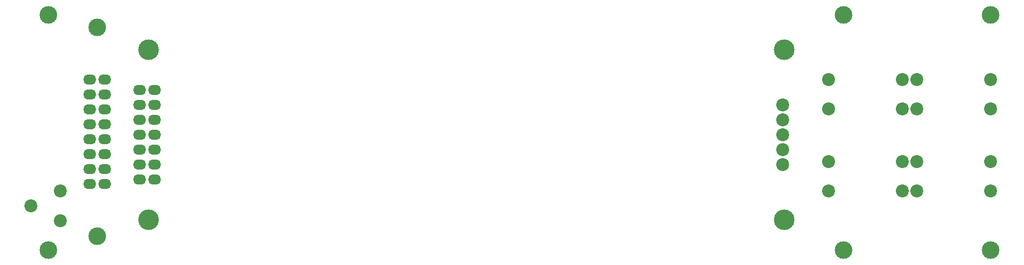
<source format=gbs>
G04 DipTrace 3.0.0.2*
G04 FrontPanel.GBS*
%MOMM*%
G04 #@! TF.FileFunction,Soldermask,Bot*
G04 #@! TF.Part,Single*
%ADD22C,3.0*%
%ADD23C,3.5*%
%ADD27C,2.2*%
%ADD31C,2.2*%
%ADD33O,2.2X1.7*%
%FSLAX35Y35*%
G04*
G71*
G90*
G75*
G01*
G04 BotMask*
%LPD*%
D33*
X1454000Y-1600000D3*
X1200000D3*
X1454000Y-1854000D3*
X1200000D3*
X1454000Y-2108000D3*
X1200000D3*
X1454000Y-2362000D3*
X1200000D3*
X1454000Y-2616000D3*
X1200000D3*
X1454000Y-2870000D3*
X1200000D3*
X1454000Y-3124000D3*
X1200000D3*
X1454000Y-3378000D3*
X1200000D3*
D22*
X1327000Y-709000D3*
Y-4269000D3*
D33*
X2300000Y-3300000D3*
X2046000D3*
X2300000Y-3046000D3*
X2046000D3*
X2300000Y-2792000D3*
X2046000D3*
X2300000Y-2538000D3*
X2046000D3*
X2300000Y-2284000D3*
X2046000D3*
X2300000Y-2030000D3*
X2046000D3*
X2300000Y-1776000D3*
X2046000D3*
D31*
X12968000Y-3046000D3*
Y-2792000D3*
Y-2538000D3*
Y-2284000D3*
Y-2030000D3*
D23*
X2196000Y-1088000D3*
Y-3988000D3*
X12996000Y-1088000D3*
Y-3988000D3*
D22*
X500000Y-500000D3*
Y-4500000D3*
X16500000Y-500000D3*
Y-4500000D3*
X14000000Y-500000D3*
Y-4500000D3*
D27*
X15000000Y-2100000D3*
X13750000D3*
X15000000Y-1600000D3*
X13750000D3*
X15000000Y-3500000D3*
X13750000D3*
X15000000Y-3000000D3*
X13750000D3*
X16500000Y-2100000D3*
X15250000D3*
X16500000Y-1600000D3*
X15250000D3*
X16500000Y-3500000D3*
X15250000D3*
X16500000Y-3000000D3*
X15250000D3*
X700000Y-4000000D3*
X200000Y-3750000D3*
X700000Y-3500000D3*
M02*

</source>
